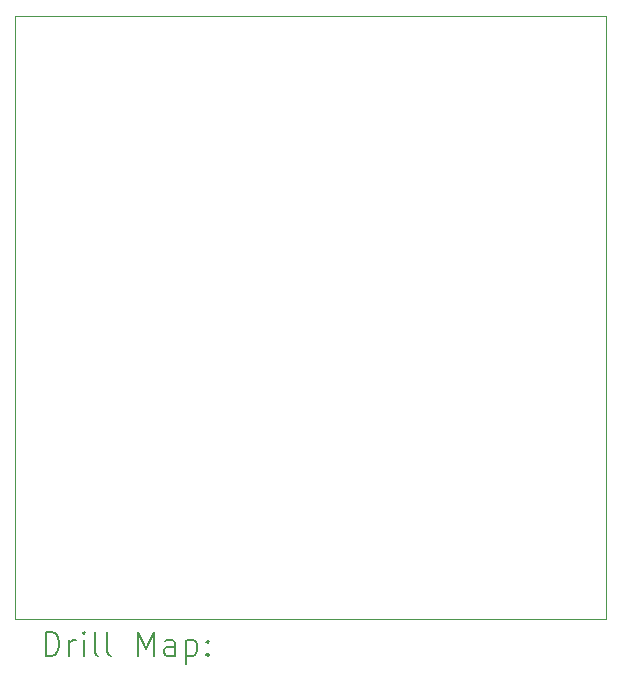
<source format=gbr>
%TF.GenerationSoftware,KiCad,Pcbnew,9.0.4*%
%TF.CreationDate,2025-09-17T14:50:42+08:00*%
%TF.ProjectId,YUV Circuit,59555620-4369-4726-9375-69742e6b6963,rev?*%
%TF.SameCoordinates,Original*%
%TF.FileFunction,Drillmap*%
%TF.FilePolarity,Positive*%
%FSLAX45Y45*%
G04 Gerber Fmt 4.5, Leading zero omitted, Abs format (unit mm)*
G04 Created by KiCad (PCBNEW 9.0.4) date 2025-09-17 14:50:42*
%MOMM*%
%LPD*%
G01*
G04 APERTURE LIST*
%ADD10C,0.050000*%
%ADD11C,0.200000*%
G04 APERTURE END LIST*
D10*
X14950000Y-8650000D02*
X19950000Y-8650000D01*
X19950000Y-13750000D01*
X14950000Y-13750000D01*
X14950000Y-8650000D01*
D11*
X15208277Y-14063984D02*
X15208277Y-13863984D01*
X15208277Y-13863984D02*
X15255896Y-13863984D01*
X15255896Y-13863984D02*
X15284467Y-13873508D01*
X15284467Y-13873508D02*
X15303515Y-13892555D01*
X15303515Y-13892555D02*
X15313039Y-13911603D01*
X15313039Y-13911603D02*
X15322562Y-13949698D01*
X15322562Y-13949698D02*
X15322562Y-13978269D01*
X15322562Y-13978269D02*
X15313039Y-14016365D01*
X15313039Y-14016365D02*
X15303515Y-14035412D01*
X15303515Y-14035412D02*
X15284467Y-14054460D01*
X15284467Y-14054460D02*
X15255896Y-14063984D01*
X15255896Y-14063984D02*
X15208277Y-14063984D01*
X15408277Y-14063984D02*
X15408277Y-13930650D01*
X15408277Y-13968746D02*
X15417801Y-13949698D01*
X15417801Y-13949698D02*
X15427324Y-13940174D01*
X15427324Y-13940174D02*
X15446372Y-13930650D01*
X15446372Y-13930650D02*
X15465420Y-13930650D01*
X15532086Y-14063984D02*
X15532086Y-13930650D01*
X15532086Y-13863984D02*
X15522562Y-13873508D01*
X15522562Y-13873508D02*
X15532086Y-13883031D01*
X15532086Y-13883031D02*
X15541610Y-13873508D01*
X15541610Y-13873508D02*
X15532086Y-13863984D01*
X15532086Y-13863984D02*
X15532086Y-13883031D01*
X15655896Y-14063984D02*
X15636848Y-14054460D01*
X15636848Y-14054460D02*
X15627324Y-14035412D01*
X15627324Y-14035412D02*
X15627324Y-13863984D01*
X15760658Y-14063984D02*
X15741610Y-14054460D01*
X15741610Y-14054460D02*
X15732086Y-14035412D01*
X15732086Y-14035412D02*
X15732086Y-13863984D01*
X15989229Y-14063984D02*
X15989229Y-13863984D01*
X15989229Y-13863984D02*
X16055896Y-14006841D01*
X16055896Y-14006841D02*
X16122562Y-13863984D01*
X16122562Y-13863984D02*
X16122562Y-14063984D01*
X16303515Y-14063984D02*
X16303515Y-13959222D01*
X16303515Y-13959222D02*
X16293991Y-13940174D01*
X16293991Y-13940174D02*
X16274943Y-13930650D01*
X16274943Y-13930650D02*
X16236848Y-13930650D01*
X16236848Y-13930650D02*
X16217801Y-13940174D01*
X16303515Y-14054460D02*
X16284467Y-14063984D01*
X16284467Y-14063984D02*
X16236848Y-14063984D01*
X16236848Y-14063984D02*
X16217801Y-14054460D01*
X16217801Y-14054460D02*
X16208277Y-14035412D01*
X16208277Y-14035412D02*
X16208277Y-14016365D01*
X16208277Y-14016365D02*
X16217801Y-13997317D01*
X16217801Y-13997317D02*
X16236848Y-13987793D01*
X16236848Y-13987793D02*
X16284467Y-13987793D01*
X16284467Y-13987793D02*
X16303515Y-13978269D01*
X16398753Y-13930650D02*
X16398753Y-14130650D01*
X16398753Y-13940174D02*
X16417801Y-13930650D01*
X16417801Y-13930650D02*
X16455896Y-13930650D01*
X16455896Y-13930650D02*
X16474943Y-13940174D01*
X16474943Y-13940174D02*
X16484467Y-13949698D01*
X16484467Y-13949698D02*
X16493991Y-13968746D01*
X16493991Y-13968746D02*
X16493991Y-14025888D01*
X16493991Y-14025888D02*
X16484467Y-14044936D01*
X16484467Y-14044936D02*
X16474943Y-14054460D01*
X16474943Y-14054460D02*
X16455896Y-14063984D01*
X16455896Y-14063984D02*
X16417801Y-14063984D01*
X16417801Y-14063984D02*
X16398753Y-14054460D01*
X16579705Y-14044936D02*
X16589229Y-14054460D01*
X16589229Y-14054460D02*
X16579705Y-14063984D01*
X16579705Y-14063984D02*
X16570182Y-14054460D01*
X16570182Y-14054460D02*
X16579705Y-14044936D01*
X16579705Y-14044936D02*
X16579705Y-14063984D01*
X16579705Y-13940174D02*
X16589229Y-13949698D01*
X16589229Y-13949698D02*
X16579705Y-13959222D01*
X16579705Y-13959222D02*
X16570182Y-13949698D01*
X16570182Y-13949698D02*
X16579705Y-13940174D01*
X16579705Y-13940174D02*
X16579705Y-13959222D01*
M02*

</source>
